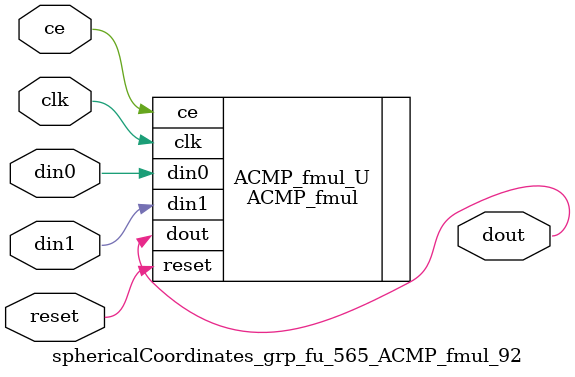
<source format=v>

`timescale 1 ns / 1 ps
module sphericalCoordinates_grp_fu_565_ACMP_fmul_92(
    clk,
    reset,
    ce,
    din0,
    din1,
    dout);

parameter ID = 32'd1;
parameter NUM_STAGE = 32'd1;
parameter din0_WIDTH = 32'd1;
parameter din1_WIDTH = 32'd1;
parameter dout_WIDTH = 32'd1;
input clk;
input reset;
input ce;
input[din0_WIDTH - 1:0] din0;
input[din1_WIDTH - 1:0] din1;
output[dout_WIDTH - 1:0] dout;



ACMP_fmul #(
.ID( ID ),
.NUM_STAGE( 4 ),
.din0_WIDTH( din0_WIDTH ),
.din1_WIDTH( din1_WIDTH ),
.dout_WIDTH( dout_WIDTH ))
ACMP_fmul_U(
    .clk( clk ),
    .reset( reset ),
    .ce( ce ),
    .din0( din0 ),
    .din1( din1 ),
    .dout( dout ));

endmodule

</source>
